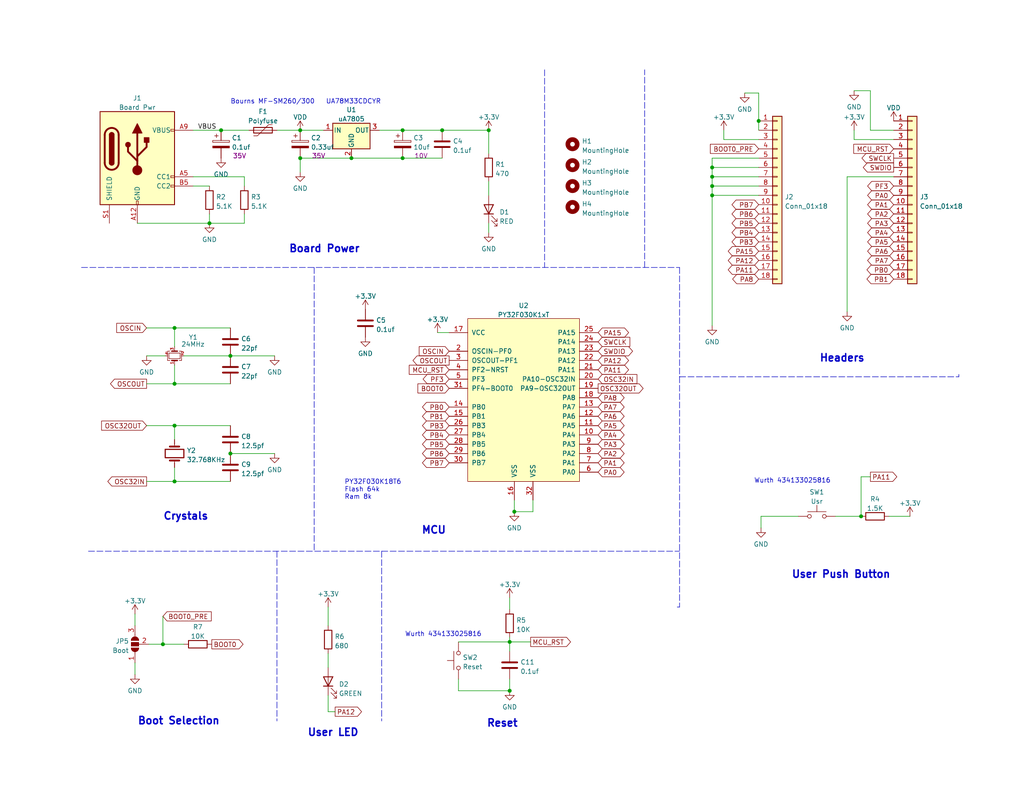
<source format=kicad_sch>
(kicad_sch (version 20211123) (generator eeschema)
  (paper "A")
  (title_block (title "py32_dev") (rev "A") (company "bit-builder.com"))
  (lib_symbols
    (symbol "Connector:USB_C_Receptacle_PowerOnly_6P" (pin_names (offset 1.016))
      (property "Reference" "J" (at 0 16.51 0))
      (property "Value" "USB_C_Receptacle_PowerOnly_6P" (at 0 13.97 0))
      (symbol "USB_C_Receptacle_PowerOnly_6P_0_0"
        (rectangle (start -0.254 -12.7) (end 0.254 -11.684))
        (rectangle (start 10.16 -7.366) (end 9.144 -7.874))
        (rectangle (start 10.16 -4.826) (end 9.144 -5.334))
        (rectangle (start 10.16 7.874) (end 9.144 7.366))
      )
      (symbol "USB_C_Receptacle_PowerOnly_6P_0_1"
        (rectangle (start -10.16 12.7) (end 10.16 -12.7) (stroke (width 0.254)) (fill (type background)))
        (arc (start -8.89 -1.27) (mid -6.985 -3.175) (end -5.08 -1.27) (stroke (width 0.508)))
        (arc (start -7.62 -1.27) (mid -6.985 -1.905) (end -6.35 -1.27) (stroke (width 0.254)))
        (arc (start -7.62 -1.27) (mid -6.985 -1.905) (end -6.35 -1.27) (stroke (width 0.254)) (fill (type outline)))
        (rectangle (start -7.62 -1.27) (end -6.35 6.35) (stroke (width 0.254)) (fill (type outline)))
        (arc (start -6.35 6.35) (mid -6.985 6.985) (end -7.62 6.35) (stroke (width 0.254)))
        (arc (start -6.35 6.35) (mid -6.985 6.985) (end -7.62 6.35) (stroke (width 0.254)) (fill (type outline)))
        (arc (start -5.08 6.35) (mid -6.985 8.255) (end -8.89 6.35) (stroke (width 0.508)))
        (circle (center -2.54 3.683) (radius 0.635) (stroke (width 0.254)) (fill (type outline)))
        (circle (center 0 -3.302) (radius 1.27) (fill (type outline)))
        (polyline (pts (xy -8.89 -1.27) (xy -8.89 6.35)) (stroke (width 0.508)))
        (polyline (pts (xy -5.08 6.35) (xy -5.08 -1.27)) (stroke (width 0.508)))
        (polyline (pts (xy 0 -3.302) (xy 0 6.858)) (stroke (width 0.508)))
        (polyline (pts (xy 0 -0.762) (xy -2.54 1.778) (xy -2.54 3.048)) (stroke (width 0.508)))
        (polyline (pts (xy 0 0.508) (xy 2.54 3.048) (xy 2.54 4.318)) (stroke (width 0.508)))
        (polyline (pts (xy -1.27 6.858) (xy 0 9.398) (xy 1.27 6.858) (xy -1.27 6.858)) (stroke (width 0.254)) (fill (type outline)))
        (rectangle (start 1.905 4.318) (end 3.175 5.588) (stroke (width 0.254)) (fill (type outline)))
      )
      (symbol "USB_C_Receptacle_PowerOnly_6P_1_1"
        (pin passive line (at 0 -17.78 90) (length 5.08) (name "GND") (number "A12"))
        (pin bidirectional line (at 15.24 -5.08 180) (length 5.08) (name "CC1") (number "A5"))
        (pin passive line (at 15.24 7.62 180) (length 5.08) (name "VBUS") (number "A9"))
        (pin passive line (at 0 -17.78 90) (length 5.08) hide (name "GND") (number "B12"))
        (pin bidirectional line (at 15.24 -7.62 180) (length 5.08) (name "CC2") (number "B5"))
        (pin passive line (at 15.24 7.62 180) (length 5.08) hide (name "VBUS") (number "B9"))
        (pin passive line (at -7.62 -17.78 90) (length 5.08) (name "SHIELD") (number "S1"))
      )
    )
    (symbol "Connector_Generic:Conn_01x18" (pin_names (offset 1.016) hide)
      (property "Reference" "J" (at 0 22.86 0))
      (property "Value" "Conn_01x18" (at 0 -25.4 0))
      (symbol "Conn_01x18_1_1"
        (rectangle (start -1.27 -22.733) (end 0 -22.987) (stroke (width 0.1524)))
        (rectangle (start -1.27 -20.193) (end 0 -20.447) (stroke (width 0.1524)))
        (rectangle (start -1.27 -17.653) (end 0 -17.907) (stroke (width 0.1524)))
        (rectangle (start -1.27 -15.113) (end 0 -15.367) (stroke (width 0.1524)))
        (rectangle (start -1.27 -12.573) (end 0 -12.827) (stroke (width 0.1524)))
        (rectangle (start -1.27 -10.033) (end 0 -10.287) (stroke (width 0.1524)))
        (rectangle (start -1.27 -7.493) (end 0 -7.747) (stroke (width 0.1524)))
        (rectangle (start -1.27 -4.953) (end 0 -5.207) (stroke (width 0.1524)))
        (rectangle (start -1.27 -2.413) (end 0 -2.667) (stroke (width 0.1524)))
        (rectangle (start -1.27 0.127) (end 0 -0.127) (stroke (width 0.1524)))
        (rectangle (start -1.27 2.667) (end 0 2.413) (stroke (width 0.1524)))
        (rectangle (start -1.27 5.207) (end 0 4.953) (stroke (width 0.1524)))
        (rectangle (start -1.27 7.747) (end 0 7.493) (stroke (width 0.1524)))
        (rectangle (start -1.27 10.287) (end 0 10.033) (stroke (width 0.1524)))
        (rectangle (start -1.27 12.827) (end 0 12.573) (stroke (width 0.1524)))
        (rectangle (start -1.27 15.367) (end 0 15.113) (stroke (width 0.1524)))
        (rectangle (start -1.27 17.907) (end 0 17.653) (stroke (width 0.1524)))
        (rectangle (start -1.27 20.447) (end 0 20.193) (stroke (width 0.1524)))
        (rectangle (start -1.27 21.59) (end 1.27 -24.13) (stroke (width 0.254)) (fill (type background)))
        (pin passive line (at -5.08 20.32 0) (length 3.81) (name "Pin_1") (number "1"))
        (pin passive line (at -5.08 -2.54 0) (length 3.81) (name "Pin_10") (number "10"))
        (pin passive line (at -5.08 -5.08 0) (length 3.81) (name "Pin_11") (number "11"))
        (pin passive line (at -5.08 -7.62 0) (length 3.81) (name "Pin_12") (number "12"))
        (pin passive line (at -5.08 -10.16 0) (length 3.81) (name "Pin_13") (number "13"))
        (pin passive line (at -5.08 -12.7 0) (length 3.81) (name "Pin_14") (number "14"))
        (pin passive line (at -5.08 -15.24 0) (length 3.81) (name "Pin_15") (number "15"))
        (pin passive line (at -5.08 -17.78 0) (length 3.81) (name "Pin_16") (number "16"))
        (pin passive line (at -5.08 -20.32 0) (length 3.81) (name "Pin_17") (number "17"))
        (pin passive line (at -5.08 -22.86 0) (length 3.81) (name "Pin_18") (number "18"))
        (pin passive line (at -5.08 17.78 0) (length 3.81) (name "Pin_2") (number "2"))
        (pin passive line (at -5.08 15.24 0) (length 3.81) (name "Pin_3") (number "3"))
        (pin passive line (at -5.08 12.7 0) (length 3.81) (name "Pin_4") (number "4"))
        (pin passive line (at -5.08 10.16 0) (length 3.81) (name "Pin_5") (number "5"))
        (pin passive line (at -5.08 7.62 0) (length 3.81) (name "Pin_6") (number "6"))
        (pin passive line (at -5.08 5.08 0) (length 3.81) (name "Pin_7") (number "7"))
        (pin passive line (at -5.08 2.54 0) (length 3.81) (name "Pin_8") (number "8"))
        (pin passive line (at -5.08 0 0) (length 3.81) (name "Pin_9") (number "9"))
      )
    )
    (symbol "Device:C" (pin_numbers hide) (pin_names (offset 0.254))
      (property "Reference" "C" (at 0.635 2.54 0))
      (property "Value" "C" (at 0.635 -2.54 0))
      (symbol "C_0_1"
        (polyline (pts (xy -2.032 -0.762) (xy 2.032 -0.762)) (stroke (width 0.508)))
        (polyline (pts (xy -2.032 0.762) (xy 2.032 0.762)) (stroke (width 0.508)))
      )
      (symbol "C_1_1"
        (pin passive line (at 0 3.81 270) (length 2.794) (name "~") (number "1"))
        (pin passive line (at 0 -3.81 90) (length 2.794) (name "~") (number "2"))
      )
    )
    (symbol "Device:C_Polarized" (pin_numbers hide) (pin_names (offset 0.254))
      (property "Reference" "C" (at 0.635 2.54 0))
      (property "Value" "C_Polarized" (at 0.635 -2.54 0))
      (symbol "C_Polarized_0_1"
        (rectangle (start -2.286 0.508) (end 2.286 1.016))
        (polyline (pts (xy -1.778 2.286) (xy -0.762 2.286)))
        (polyline (pts (xy -1.27 2.794) (xy -1.27 1.778)))
        (rectangle (start 2.286 -0.508) (end -2.286 -1.016) (fill (type outline)))
      )
      (symbol "C_Polarized_1_1"
        (pin passive line (at 0 3.81 270) (length 2.794) (name "~") (number "1"))
        (pin passive line (at 0 -3.81 90) (length 2.794) (name "~") (number "2"))
      )
    )
    (symbol "Device:Crystal" (pin_numbers hide) (pin_names (offset 1.016) hide)
      (property "Reference" "Y" (at 0 3.81 0))
      (property "Value" "Crystal" (at 0 -3.81 0))
      (symbol "Crystal_0_1"
        (rectangle (start -1.143 2.54) (end 1.143 -2.54) (stroke (width 0.3048)))
        (polyline (pts (xy -2.54 0) (xy -1.905 0)))
        (polyline (pts (xy -1.905 -1.27) (xy -1.905 1.27)) (stroke (width 0.508)))
        (polyline (pts (xy 1.905 -1.27) (xy 1.905 1.27)) (stroke (width 0.508)))
        (polyline (pts (xy 2.54 0) (xy 1.905 0)))
      )
      (symbol "Crystal_1_1"
        (pin passive line (at -3.81 0 0) (length 1.27) (name "1") (number "1"))
        (pin passive line (at 3.81 0 180) (length 1.27) (name "2") (number "2"))
      )
    )
    (symbol "Device:Crystal_GND24_Small" (pin_names (offset 1.016) hide)
      (property "Reference" "Y" (at 1.27 4.445 0))
      (property "Value" "Crystal_GND24_Small" (at 1.27 2.54 0))
      (symbol "Crystal_GND24_Small_0_1"
        (rectangle (start -0.762 -1.524) (end 0.762 1.524))
        (polyline (pts (xy -1.27 -0.762) (xy -1.27 0.762)) (stroke (width 0.381)))
        (polyline (pts (xy 1.27 -0.762) (xy 1.27 0.762)) (stroke (width 0.381)))
        (polyline (pts (xy -1.27 -1.27) (xy -1.27 -1.905) (xy 1.27 -1.905) (xy 1.27 -1.27)))
        (polyline (pts (xy -1.27 1.27) (xy -1.27 1.905) (xy 1.27 1.905) (xy 1.27 1.27)))
      )
      (symbol "Crystal_GND24_Small_1_1"
        (pin passive line (at -2.54 0 0) (length 1.27) (name "1") (number "1"))
        (pin passive line (at 0 -2.54 90) (length 0.635) (name "2") (number "2"))
        (pin passive line (at 2.54 0 180) (length 1.27) (name "3") (number "3"))
        (pin passive line (at 0 2.54 270) (length 0.635) (name "4") (number "4"))
      )
    )
    (symbol "Device:LED" (pin_numbers hide) (pin_names (offset 1.016) hide)
      (property "Reference" "D" (at 0 2.54 0))
      (property "Value" "LED" (at 0 -2.54 0))
      (symbol "LED_0_1"
        (polyline (pts (xy -1.27 -1.27) (xy -1.27 1.27)) (stroke (width 0.254)))
        (polyline (pts (xy -1.27 0) (xy 1.27 0)))
        (polyline (pts (xy 1.27 -1.27) (xy 1.27 1.27) (xy -1.27 0) (xy 1.27 -1.27)) (stroke (width 0.254)))
        (polyline (pts (xy -3.048 -0.762) (xy -4.572 -2.286) (xy -3.81 -2.286) (xy -4.572 -2.286) (xy -4.572 -1.524)))
        (polyline (pts (xy -1.778 -0.762) (xy -3.302 -2.286) (xy -2.54 -2.286) (xy -3.302 -2.286) (xy -3.302 -1.524)))
      )
      (symbol "LED_1_1"
        (pin passive line (at -3.81 0 0) (length 2.54) (name "K") (number "1"))
        (pin passive line (at 3.81 0 180) (length 2.54) (name "A") (number "2"))
      )
    )
    (symbol "Device:Polyfuse" (pin_numbers hide) (pin_names (offset 0))
      (property "Reference" "F" (at -2.54 0 90))
      (property "Value" "Polyfuse" (at 2.54 0 90))
      (symbol "Polyfuse_0_1"
        (rectangle (start -0.762 2.54) (end 0.762 -2.54) (stroke (width 0.254)))
        (polyline (pts (xy 0 2.54) (xy 0 -2.54)))
        (polyline (pts (xy -1.524 2.54) (xy -1.524 1.524) (xy 1.524 -1.524) (xy 1.524 -2.54)))
      )
      (symbol "Polyfuse_1_1"
        (pin passive line (at 0 3.81 270) (length 1.27) (name "~") (number "1"))
        (pin passive line (at 0 -3.81 90) (length 1.27) (name "~") (number "2"))
      )
    )
    (symbol "Device:R" (pin_numbers hide) (pin_names (offset 0))
      (property "Reference" "R" (at 2.032 0 90))
      (property "Value" "R" (at 0 0 90))
      (symbol "R_0_1"
        (rectangle (start -1.016 -2.54) (end 1.016 2.54) (stroke (width 0.254)))
      )
      (symbol "R_1_1"
        (pin passive line (at 0 3.81 270) (length 1.27) (name "~") (number "1"))
        (pin passive line (at 0 -3.81 90) (length 1.27) (name "~") (number "2"))
      )
    )
    (symbol "Jumper:SolderJumper_3_Open" (pin_names (offset 0) hide)
      (property "Reference" "JP" (at -2.54 -2.54 0))
      (property "Value" "SolderJumper_3_Open" (at 0 2.794 0))
      (symbol "SolderJumper_3_Open_0_1"
        (arc (start -1.016 1.016) (mid -2.032 0) (end -1.016 -1.016))
        (arc (start -1.016 1.016) (mid -2.032 0) (end -1.016 -1.016) (fill (type outline)))
        (rectangle (start -0.508 1.016) (end 0.508 -1.016) (fill (type outline)))
        (polyline (pts (xy -2.54 0) (xy -2.032 0)))
        (polyline (pts (xy -1.016 1.016) (xy -1.016 -1.016)))
        (polyline (pts (xy 0 -1.27) (xy 0 -1.016)))
        (polyline (pts (xy 1.016 1.016) (xy 1.016 -1.016)))
        (polyline (pts (xy 2.54 0) (xy 2.032 0)))
        (arc (start 1.016 -1.016) (mid 2.032 0) (end 1.016 1.016))
        (arc (start 1.016 -1.016) (mid 2.032 0) (end 1.016 1.016) (fill (type outline)))
      )
      (symbol "SolderJumper_3_Open_1_1"
        (pin passive line (at -5.08 0 0) (length 2.54) (name "A") (number "1"))
        (pin passive line (at 0 -3.81 90) (length 2.54) (name "C") (number "2"))
        (pin passive line (at 5.08 0 180) (length 2.54) (name "B") (number "3"))
      )
    )
    (symbol "MCU_Puya:PY32F030K1xT" (pin_names (offset 1.016))
      (property "Reference" "U" (at 0 2.54 0))
      (property "Value" "PY32F030K1xT" (at 0 0 0))
      (symbol "PY32F030K1xT_0_1"
        (rectangle (start -15.24 -1.27) (end 15.24 -45.72) (fill (type background)))
      )
      (symbol "PY32F030K1xT_1_1"
        (pin bidirectional line (at 20.32 -33.02 180) (length 5.08) (name "PA4") (number "10"))
        (pin bidirectional line (at 20.32 -30.48 180) (length 5.08) (name "PA5") (number "11"))
        (pin bidirectional line (at 20.32 -27.94 180) (length 5.08) (name "PA6") (number "12"))
        (pin bidirectional line (at 20.32 -25.4 180) (length 5.08) (name "PA7") (number "13"))
        (pin bidirectional line (at -20.32 -25.4 0) (length 5.08) (name "PB0") (number "14"))
        (pin bidirectional line (at -20.32 -27.94 0) (length 5.08) (name "PB1") (number "15"))
        (pin passive line (at -2.54 -50.8 90) (length 5.08) (name "VSS") (number "16"))
        (pin power_in line (at -20.32 -5.08 0) (length 5.08) (name "VCC") (number "17"))
        (pin bidirectional line (at 20.32 -22.86 180) (length 5.08) (name "PA8") (number "18"))
        (pin bidirectional line (at 20.32 -20.32 180) (length 5.08) (name "PA9-OSC32OUT") (number "19"))
        (pin input line (at -20.32 -10.16 0) (length 5.08) (name "OSCIN-PF0") (number "2"))
        (pin bidirectional line (at 20.32 -17.78 180) (length 5.08) (name "PA10-OSC32IN") (number "20"))
        (pin bidirectional line (at 20.32 -15.24 180) (length 5.08) (name "PA11") (number "21"))
        (pin bidirectional line (at 20.32 -12.7 180) (length 5.08) (name "PA12") (number "22"))
        (pin bidirectional line (at 20.32 -10.16 180) (length 5.08) (name "PA13") (number "23"))
        (pin bidirectional line (at 20.32 -7.62 180) (length 5.08) (name "PA14") (number "24"))
        (pin bidirectional line (at 20.32 -5.08 180) (length 5.08) (name "PA15") (number "25"))
        (pin bidirectional line (at -20.32 -30.48 0) (length 5.08) (name "PB3") (number "26"))
        (pin bidirectional line (at -20.32 -33.02 0) (length 5.08) (name "PB4") (number "27"))
        (pin bidirectional line (at -20.32 -35.56 0) (length 5.08) (name "PB5") (number "28"))
        (pin bidirectional line (at -20.32 -38.1 0) (length 5.08) (name "PB6") (number "29"))
        (pin output line (at -20.32 -12.7 0) (length 5.08) (name "OSCOUT-PF1") (number "3"))
        (pin bidirectional line (at -20.32 -40.64 0) (length 5.08) (name "PB7") (number "30"))
        (pin input line (at -20.32 -20.32 0) (length 5.08) (name "PF4-BOOT0") (number "31"))
        (pin passive line (at 2.54 -50.8 90) (length 5.08) (name "VSS") (number "32"))
        (pin input line (at -20.32 -15.24 0) (length 5.08) (name "PF2-NRST") (number "4"))
        (pin bidirectional line (at -20.32 -17.78 0) (length 5.08) (name "PF3") (number "5"))
        (pin bidirectional line (at 20.32 -43.18 180) (length 5.08) (name "PA0") (number "6"))
        (pin bidirectional line (at 20.32 -40.64 180) (length 5.08) (name "PA1") (number "7"))
        (pin bidirectional line (at 20.32 -38.1 180) (length 5.08) (name "PA2") (number "8"))
        (pin bidirectional line (at 20.32 -35.56 180) (length 5.08) (name "PA3") (number "9"))
      )
    )
    (symbol "Mechanical:MountingHole" (pin_names (offset 1.016))
      (property "Reference" "H" (at 0 5.08 0))
      (property "Value" "MountingHole" (at 0 3.175 0))
      (symbol "MountingHole_0_1"
        (circle (center 0 0) (radius 1.27) (stroke (width 1.27)))
      )
    )
    (symbol "Regulator_Linear:uA7805" (pin_names (offset 0.254))
      (property "Reference" "U" (at -3.81 3.175 0))
      (property "Value" "uA7805" (at 0 3.175 0))
      (symbol "uA7805_0_1"
        (rectangle (start -5.08 1.905) (end 5.08 -5.08) (stroke (width 0.254)) (fill (type background)))
      )
      (symbol "uA7805_1_1"
        (pin power_in line (at -7.62 0 0) (length 2.54) (name "IN") (number "1"))
        (pin power_in line (at 0 -7.62 90) (length 2.54) (name "GND") (number "2"))
        (pin power_out line (at 7.62 0 180) (length 2.54) (name "OUT") (number "3"))
      )
    )
    (symbol "Switch:SW_Push" (pin_numbers hide) (pin_names (offset 1.016) hide)
      (property "Reference" "SW" (at 1.27 2.54 0))
      (property "Value" "SW_Push" (at 0 -1.524 0))
      (symbol "SW_Push_0_1"
        (circle (center -2.032 0) (radius 0.508))
        (polyline (pts (xy 0 1.27) (xy 0 3.048)))
        (polyline (pts (xy 2.54 1.27) (xy -2.54 1.27)))
        (circle (center 2.032 0) (radius 0.508))
        (pin passive line (at -5.08 0 0) (length 2.54) (name "1") (number "1"))
        (pin passive line (at 5.08 0 180) (length 2.54) (name "2") (number "2"))
      )
    )
    (symbol "power:+3.3V" (power) (pin_names (offset 0))
      (property "Value" "+3.3V" (at 0 3.556 0))
      (symbol "+3.3V_0_1"
        (polyline (pts (xy -0.762 1.27) (xy 0 2.54)))
        (polyline (pts (xy 0 0) (xy 0 2.54)))
        (polyline (pts (xy 0 2.54) (xy 0.762 1.27)))
      )
      (symbol "+3.3V_1_1"
        (pin power_in line (at 0 0 90) (length 0) hide (name "+3.3V") (number "1"))
      )
    )
    (symbol "power:GND" (power) (pin_names (offset 0))
      (property "Value" "GND" (at 0 -3.81 0))
      (symbol "GND_0_1"
        (polyline (pts (xy 0 0) (xy 0 -1.27) (xy 1.27 -1.27) (xy 0 -2.54) (xy -1.27 -1.27) (xy 0 -1.27)))
      )
      (symbol "GND_1_1"
        (pin power_in line (at 0 0 270) (length 0) hide (name "GND") (number "1"))
      )
    )
    (symbol "power:VDD" (power) (pin_names (offset 0))
      (property "Value" "VDD" (at 0 3.81 0))
      (symbol "VDD_0_1"
        (polyline (pts (xy -0.762 1.27) (xy 0 2.54)))
        (polyline (pts (xy 0 0) (xy 0 2.54)))
        (polyline (pts (xy 0 2.54) (xy 0.762 1.27)))
      )
      (symbol "VDD_1_1"
        (pin power_in line (at 0 0 90) (length 0) hide (name "VDD") (number "1"))
      )
    )
  )
  (junction (at 109.855 43.18))
  (junction (at 95.885 43.18))
  (junction (at 62.865 97.155))
  (junction (at 194.31 50.8))
  (junction (at 140.335 139.7))
  (junction (at 133.35 35.56))
  (junction (at 194.31 45.72))
  (junction (at 234.95 140.97))
  (junction (at 47.625 104.775))
  (junction (at 194.31 48.26))
  (junction (at 57.15 60.96))
  (junction (at 207.01 33.02))
  (junction (at 62.865 123.825))
  (junction (at 139.065 188.595))
  (junction (at 120.65 35.56))
  (junction (at 47.625 116.205))
  (junction (at 47.625 131.445))
  (junction (at 109.855 35.56))
  (junction (at 44.45 175.895))
  (junction (at 81.915 35.56))
  (junction (at 47.625 89.535))
  (junction (at 139.065 175.26))
  (junction (at 60.325 35.56))
  (junction (at 194.31 53.34))
  (junction (at 81.915 43.18))
  (polyline (pts (xy 75.565 150.495) (xy 75.565 196.85)))
  (wire (pts (xy 95.885 43.18) (xy 109.855 43.18)))
  (wire (pts (xy 44.45 168.275) (xy 44.45 175.895)))
  (wire (pts (xy 47.625 120.015) (xy 47.625 116.205)))
  (wire (pts (xy 203.2 25.4) (xy 207.01 25.4)))
  (wire (pts (xy 47.625 89.535) (xy 47.625 94.615)))
  (wire (pts (xy 242.57 140.97) (xy 248.285 140.97)))
  (wire (pts (xy 207.01 48.26) (xy 194.31 48.26)))
  (wire (pts (xy 197.485 38.1) (xy 197.485 35.56)))
  (wire (pts (xy 243.84 35.56) (xy 237.49 35.56)))
  (wire (pts (xy 66.675 60.96) (xy 66.675 58.42)))
  (wire (pts (xy 133.35 60.96) (xy 133.35 63.5)))
  (wire (pts (xy 243.84 38.1) (xy 233.045 38.1)))
  (wire (pts (xy 52.705 35.56) (xy 60.325 35.56)))
  (wire (pts (xy 40.005 104.775) (xy 47.625 104.775)))
  (polyline (pts (xy 185.42 102.87) (xy 185.42 165.735)))
  (polyline (pts (xy 24.13 150.495) (xy 185.42 150.495)))
  (wire (pts (xy 139.065 185.42) (xy 139.065 188.595)))
  (wire (pts (xy 75.565 35.56) (xy 81.915 35.56)))
  (wire (pts (xy 125.095 188.595) (xy 139.065 188.595)))
  (wire (pts (xy 47.625 99.695) (xy 47.625 104.775)))
  (wire (pts (xy 207.01 43.18) (xy 194.31 43.18)))
  (wire (pts (xy 194.31 53.34) (xy 194.31 88.9)))
  (wire (pts (xy 36.83 180.975) (xy 36.83 184.15)))
  (wire (pts (xy 109.855 35.56) (xy 120.65 35.56)))
  (wire (pts (xy 145.415 136.525) (xy 145.415 139.7)))
  (wire (pts (xy 145.415 139.7) (xy 140.335 139.7)))
  (wire (pts (xy 40.005 131.445) (xy 47.625 131.445)))
  (wire (pts (xy 57.15 58.42) (xy 57.15 60.96)))
  (wire (pts (xy 120.65 35.56) (xy 133.35 35.56)))
  (wire (pts (xy 47.625 89.535) (xy 62.865 89.535)))
  (wire (pts (xy 62.865 97.155) (xy 74.93 97.155)))
  (wire (pts (xy 207.01 38.1) (xy 197.485 38.1)))
  (polyline (pts (xy 85.725 73.025) (xy 85.725 150.495)))
  (wire (pts (xy 36.83 167.64) (xy 36.83 170.815)))
  (wire (pts (xy 119.38 90.805) (xy 122.555 90.805)))
  (wire (pts (xy 237.49 35.56) (xy 237.49 24.765)))
  (wire (pts (xy 57.15 60.96) (xy 66.675 60.96)))
  (wire (pts (xy 125.095 175.26) (xy 139.065 175.26)))
  (wire (pts (xy 47.625 116.205) (xy 62.865 116.205)))
  (wire (pts (xy 103.505 35.56) (xy 109.855 35.56)))
  (wire (pts (xy 89.535 170.815) (xy 89.535 165.735)))
  (polyline (pts (xy 185.42 73.025) (xy 185.42 102.87)))
  (wire (pts (xy 194.31 43.18) (xy 194.31 45.72)))
  (wire (pts (xy 40.64 175.895) (xy 44.45 175.895)))
  (wire (pts (xy 125.095 185.42) (xy 125.095 188.595)))
  (wire (pts (xy 227.965 140.97) (xy 234.95 140.97)))
  (wire (pts (xy 40.005 89.535) (xy 47.625 89.535)))
  (polyline (pts (xy 175.895 73.025) (xy 175.895 19.05)))
  (wire (pts (xy 40.005 97.155) (xy 45.085 97.155)))
  (wire (pts (xy 47.625 131.445) (xy 62.865 131.445)))
  (wire (pts (xy 139.065 175.26) (xy 144.78 175.26)))
  (wire (pts (xy 44.45 175.895) (xy 50.165 175.895)))
  (wire (pts (xy 140.335 136.525) (xy 140.335 139.7)))
  (wire (pts (xy 37.465 60.96) (xy 57.15 60.96)))
  (wire (pts (xy 81.915 43.18) (xy 95.885 43.18)))
  (polyline (pts (xy 261.62 102.235) (xy 261.62 102.87)))
  (wire (pts (xy 194.31 48.26) (xy 194.31 50.8)))
  (wire (pts (xy 207.01 25.4) (xy 207.01 33.02)))
  (wire (pts (xy 89.535 189.865) (xy 89.535 194.31)))
  (wire (pts (xy 237.49 24.765) (xy 233.045 24.765)))
  (wire (pts (xy 139.065 175.26) (xy 139.065 177.8)))
  (wire (pts (xy 47.625 127.635) (xy 47.625 131.445)))
  (wire (pts (xy 47.625 104.775) (xy 62.865 104.775)))
  (polyline (pts (xy 22.225 73.025) (xy 185.42 73.025)))
  (wire (pts (xy 89.535 194.31) (xy 91.44 194.31)))
  (wire (pts (xy 50.165 97.155) (xy 62.865 97.155)))
  (wire (pts (xy 243.84 48.26) (xy 231.14 48.26)))
  (wire (pts (xy 231.14 48.26) (xy 231.14 85.09)))
  (polyline (pts (xy 148.59 19.05) (xy 148.59 73.025)))
  (wire (pts (xy 60.325 35.56) (xy 67.945 35.56)))
  (wire (pts (xy 62.865 123.825) (xy 74.93 123.825)))
  (wire (pts (xy 207.01 33.02) (xy 207.01 35.56)))
  (wire (pts (xy 81.915 35.56) (xy 88.265 35.56)))
  (wire (pts (xy 66.675 48.26) (xy 66.675 50.8)))
  (wire (pts (xy 133.35 49.53) (xy 133.35 53.34)))
  (wire (pts (xy 234.95 140.97) (xy 234.95 130.175)))
  (wire (pts (xy 109.855 43.18) (xy 120.65 43.18)))
  (wire (pts (xy 234.95 130.175) (xy 237.49 130.175)))
  (wire (pts (xy 89.535 178.435) (xy 89.535 182.245)))
  (wire (pts (xy 194.31 45.72) (xy 194.31 48.26)))
  (wire (pts (xy 133.35 35.56) (xy 133.35 41.91)))
  (polyline (pts (xy 184.785 165.735) (xy 185.42 165.735)))
  (wire (pts (xy 207.01 45.72) (xy 194.31 45.72)))
  (wire (pts (xy 52.705 50.8) (xy 57.15 50.8)))
  (wire (pts (xy 207.645 140.97) (xy 217.805 140.97)))
  (polyline (pts (xy 104.14 150.495) (xy 104.14 196.85)))
  (wire (pts (xy 139.065 175.26) (xy 139.065 173.99)))
  (wire (pts (xy 52.705 48.26) (xy 66.675 48.26)))
  (wire (pts (xy 194.31 53.34) (xy 207.01 53.34)))
  (wire (pts (xy 207.645 144.145) (xy 207.645 140.97)))
  (polyline (pts (xy 185.42 102.87) (xy 261.62 102.87)))
  (wire (pts (xy 194.31 50.8) (xy 194.31 53.34)))
  (wire (pts (xy 194.31 50.8) (xy 207.01 50.8)))
  (wire (pts (xy 40.005 116.205) (xy 47.625 116.205)))
  (wire (pts (xy 139.065 163.195) (xy 139.065 166.37)))
  (wire (pts (xy 233.045 38.1) (xy 233.045 35.56)))
  (wire (pts (xy 81.915 46.99) (xy 81.915 43.18)))
  (text "Bourns MF-SM260/300" (at 62.865 28.575 0) (effects (font (size 1.27 1.27)) (justify left bottom)))
  (text "Wurth 434133025816" (at 205.74 132.08 0) (effects (font (size 1.27 1.27)) (justify left bottom)))
  (text "Headers" (at 223.52 99.06 0) (effects (font (size 2 2) (thickness 0.4) bold) (justify left bottom)))
  (text "Boot Selection" (at 37.465 198.12 0) (effects (font (size 2 2) (thickness 0.4) bold) (justify left bottom)))
  (text "Crystals" (at 44.45 142.24 0) (effects (font (size 2 2) (thickness 0.4) bold) (justify left bottom)))
  (text "User Push Button" (at 215.9 158.115 0) (effects (font (size 2 2) (thickness 0.4) bold) (justify left bottom)))
  (text "Reset" (at 132.715 198.755 0) (effects (font (size 2 2) (thickness 0.4) bold) (justify left bottom)))
  (text "UA78M33CDCYR" (at 88.9 28.575 0) (effects (font (size 1.27 1.27)) (justify left bottom)))
  (text "MCU" (at 114.935 146.05 0) (effects (font (size 2 2) (thickness 0.4) bold) (justify left bottom)))
  (text "Wurth 434133025816" (at 110.49 173.99 0) (effects (font (size 1.27 1.27)) (justify left bottom)))
  (text "PY32F030K18T6\nFlash 64k\nRam 8k" (at 93.98 136.525 0) (effects (font (size 1.27 1.27)) (justify left bottom)))
  (text "Board Power" (at 78.74 69.215 0) (effects (font (size 2 2) (thickness 0.4) bold) (justify left bottom)))
  (text "User LED" (at 83.82 201.295 0) (effects (font (size 2 2) (thickness 0.4) bold) (justify left bottom)))
  (label "VBUS" (at 53.975 35.56 0))
  (global_label "PA15" (shape bidirectional) (at 207.01 68.58 180) (property "Intersheet References" "${INTERSHEET_REFS}" (effects hide)))
  (global_label "PA6" (shape bidirectional) (at 163.195 113.665 0) (property "Intersheet References" "${INTERSHEET_REFS}" (effects hide)))
  (global_label "PB7" (shape bidirectional) (at 122.555 126.365 180) (property "Intersheet References" "${INTERSHEET_REFS}" (effects hide)))
  (global_label "PA1" (shape bidirectional) (at 243.84 55.88 180) (property "Intersheet References" "${INTERSHEET_REFS}" (effects hide)))
  (global_label "OSC32OUT" (shape output) (at 163.195 106.045 0) (property "Intersheet References" "${INTERSHEET_REFS}" (effects hide)))
  (global_label "PA5" (shape bidirectional) (at 163.195 116.205 0) (property "Intersheet References" "${INTERSHEET_REFS}" (effects hide)))
  (global_label "PA3" (shape bidirectional) (at 163.195 121.285 0) (property "Intersheet References" "${INTERSHEET_REFS}" (effects hide)))
  (global_label "PA4" (shape bidirectional) (at 163.195 118.745 0) (property "Intersheet References" "${INTERSHEET_REFS}" (effects hide)))
  (global_label "MCU_RST" (shape input) (at 122.555 100.965 180) (property "Intersheet References" "${INTERSHEET_REFS}" (effects hide)))
  (global_label "OSC32IN" (shape output) (at 40.005 131.445 180) (property "Intersheet References" "${INTERSHEET_REFS}" (effects hide)))
  (global_label "PA12" (shape output) (at 91.44 194.31 0) (property "Intersheet References" "${INTERSHEET_REFS}" (effects hide)))
  (global_label "PA3" (shape bidirectional) (at 243.84 60.96 180) (property "Intersheet References" "${INTERSHEET_REFS}" (effects hide)))
  (global_label "OSC32OUT" (shape input) (at 40.005 116.205 180) (property "Intersheet References" "${INTERSHEET_REFS}" (effects hide)))
  (global_label "PA2" (shape bidirectional) (at 243.84 58.42 180) (property "Intersheet References" "${INTERSHEET_REFS}" (effects hide)))
  (global_label "PA2" (shape bidirectional) (at 163.195 123.825 0) (property "Intersheet References" "${INTERSHEET_REFS}" (effects hide)))
  (global_label "OSCOUT" (shape output) (at 122.555 98.425 180) (property "Intersheet References" "${INTERSHEET_REFS}" (effects hide)))
  (global_label "PA0" (shape bidirectional) (at 243.84 53.34 180) (property "Intersheet References" "${INTERSHEET_REFS}" (effects hide)))
  (global_label "PA4" (shape bidirectional) (at 243.84 63.5 180) (property "Intersheet References" "${INTERSHEET_REFS}" (effects hide)))
  (global_label "PB6" (shape bidirectional) (at 122.555 123.825 180) (property "Intersheet References" "${INTERSHEET_REFS}" (effects hide)))
  (global_label "OSC32IN" (shape input) (at 163.195 103.505 0) (property "Intersheet References" "${INTERSHEET_REFS}" (effects hide)))
  (global_label "PB4" (shape bidirectional) (at 122.555 118.745 180) (property "Intersheet References" "${INTERSHEET_REFS}" (effects hide)))
  (global_label "PA0" (shape bidirectional) (at 163.195 128.905 0) (property "Intersheet References" "${INTERSHEET_REFS}" (effects hide)))
  (global_label "BOOT0" (shape input) (at 122.555 106.045 180) (property "Intersheet References" "${INTERSHEET_REFS}" (effects hide)))
  (global_label "BOOT0_PRE" (shape input) (at 207.01 40.64 180) (property "Intersheet References" "${INTERSHEET_REFS}" (effects hide)))
  (global_label "PB1" (shape bidirectional) (at 243.84 76.2 180) (property "Intersheet References" "${INTERSHEET_REFS}" (effects hide)))
  (global_label "PB0" (shape bidirectional) (at 122.555 111.125 180) (property "Intersheet References" "${INTERSHEET_REFS}" (effects hide)))
  (global_label "PF3" (shape bidirectional) (at 122.555 103.505 180) (property "Intersheet References" "${INTERSHEET_REFS}" (effects hide)))
  (global_label "PB3" (shape bidirectional) (at 122.555 116.205 180) (property "Intersheet References" "${INTERSHEET_REFS}" (effects hide)))
  (global_label "OSCOUT" (shape output) (at 40.005 104.775 180) (property "Intersheet References" "${INTERSHEET_REFS}" (effects hide)))
  (global_label "PA12" (shape bidirectional) (at 163.195 98.425 0) (property "Intersheet References" "${INTERSHEET_REFS}" (effects hide)))
  (global_label "PB4" (shape bidirectional) (at 207.01 63.5 180) (property "Intersheet References" "${INTERSHEET_REFS}" (effects hide)))
  (global_label "PA8" (shape bidirectional) (at 207.01 76.2 180) (property "Intersheet References" "${INTERSHEET_REFS}" (effects hide)))
  (global_label "PB3" (shape bidirectional) (at 207.01 66.04 180) (property "Intersheet References" "${INTERSHEET_REFS}" (effects hide)))
  (global_label "PA11" (shape bidirectional) (at 163.195 100.965 0) (property "Intersheet References" "${INTERSHEET_REFS}" (effects hide)))
  (global_label "SWCLK" (shape output) (at 243.84 43.18 180) (property "Intersheet References" "${INTERSHEET_REFS}" (effects hide)))
  (global_label "PA11" (shape output) (at 237.49 130.175 0) (property "Intersheet References" "${INTERSHEET_REFS}" (effects hide)))
  (global_label "PB7" (shape bidirectional) (at 207.01 55.88 180) (property "Intersheet References" "${INTERSHEET_REFS}" (effects hide)))
  (global_label "PA8" (shape bidirectional) (at 163.195 108.585 0) (property "Intersheet References" "${INTERSHEET_REFS}" (effects hide)))
  (global_label "SWCLK" (shape input) (at 163.195 93.345 0) (property "Intersheet References" "${INTERSHEET_REFS}" (effects hide)))
  (global_label "SWDIO" (shape bidirectional) (at 163.195 95.885 0) (property "Intersheet References" "${INTERSHEET_REFS}" (effects hide)))
  (global_label "PA6" (shape bidirectional) (at 243.84 68.58 180) (property "Intersheet References" "${INTERSHEET_REFS}" (effects hide)))
  (global_label "PB1" (shape bidirectional) (at 122.555 113.665 180) (property "Intersheet References" "${INTERSHEET_REFS}" (effects hide)))
  (global_label "MCU_RST" (shape output) (at 144.78 175.26 0) (property "Intersheet References" "${INTERSHEET_REFS}" (effects hide)))
  (global_label "PA7" (shape bidirectional) (at 163.195 111.125 0) (property "Intersheet References" "${INTERSHEET_REFS}" (effects hide)))
  (global_label "PF3" (shape bidirectional) (at 243.84 50.8 180) (property "Intersheet References" "${INTERSHEET_REFS}" (effects hide)))
  (global_label "PB6" (shape bidirectional) (at 207.01 58.42 180) (property "Intersheet References" "${INTERSHEET_REFS}" (effects hide)))
  (global_label "PA7" (shape bidirectional) (at 243.84 71.12 180) (property "Intersheet References" "${INTERSHEET_REFS}" (effects hide)))
  (global_label "PA1" (shape bidirectional) (at 163.195 126.365 0) (property "Intersheet References" "${INTERSHEET_REFS}" (effects hide)))
  (global_label "PB5" (shape bidirectional) (at 207.01 60.96 180) (property "Intersheet References" "${INTERSHEET_REFS}" (effects hide)))
  (global_label "PB0" (shape bidirectional) (at 243.84 73.66 180) (property "Intersheet References" "${INTERSHEET_REFS}" (effects hide)))
  (global_label "BOOT0" (shape output) (at 57.785 175.895 0) (property "Intersheet References" "${INTERSHEET_REFS}" (effects hide)))
  (global_label "BOOT0_PRE" (shape input) (at 44.45 168.275 0) (property "Intersheet References" "${INTERSHEET_REFS}" (effects hide)))
  (global_label "SWDIO" (shape output) (at 243.84 45.72 180) (property "Intersheet References" "${INTERSHEET_REFS}" (effects hide)))
  (global_label "OSCIN" (shape input) (at 122.555 95.885 180) (property "Intersheet References" "${INTERSHEET_REFS}" (effects hide)))
  (global_label "PA12" (shape bidirectional) (at 207.01 71.12 180) (property "Intersheet References" "${INTERSHEET_REFS}" (effects hide)))
  (global_label "PA11" (shape bidirectional) (at 207.01 73.66 180) (property "Intersheet References" "${INTERSHEET_REFS}" (effects hide)))
  (global_label "PA5" (shape bidirectional) (at 243.84 66.04 180) (property "Intersheet References" "${INTERSHEET_REFS}" (effects hide)))
  (global_label "OSCIN" (shape input) (at 40.005 89.535 180) (property "Intersheet References" "${INTERSHEET_REFS}" (effects hide)))
  (global_label "MCU_RST" (shape input) (at 243.84 40.64 180) (property "Intersheet References" "${INTERSHEET_REFS}" (effects hide)))
  (global_label "PB5" (shape bidirectional) (at 122.555 121.285 180) (property "Intersheet References" "${INTERSHEET_REFS}" (effects hide)))
  (global_label "PA15" (shape bidirectional) (at 163.195 90.805 0) (property "Intersheet References" "${INTERSHEET_REFS}" (effects hide)))
  (symbol (lib_id "Device:R") (at 139.065 170.18 0) (unit 1)
    (property "Reference" "R5" (at 140.843 169.3453 0) (effects (justify left)))
    (property "Value" "10K" (at 140.843 171.8822 0) (effects (justify left)))
    (property "Footprint" "Resistor_SMD:R_0603_1608Metric" (effects hide))
  )
  (symbol (lib_id "power:+3.3V") (at 36.83 167.64 0) (unit 1)
    (property "Reference" "#PWR0107" (effects hide))
    (property "Value" "+3.3V" (at 36.83 164.0642 0))
  )
  (symbol (lib_id "Device:Crystal") (at 47.625 123.825 270) (unit 1)
    (property "Reference" "Y2" (at 50.9524 122.9903 90) (effects (justify left)))
    (property "Value" "32.768KHz" (at 50.9524 125.5272 90) (effects (justify left)))
    (property "Footprint" "Crystal:Crystal_DS15_D1.5mm_L5.0mm_Horizontal" (effects hide))
  )
  (symbol (lib_id "Device:R") (at 66.675 54.61 0) (unit 1)
    (property "Reference" "R3" (at 68.453 53.7753 0) (effects (justify left)))
    (property "Value" "5.1K" (at 68.453 56.3122 0) (effects (justify left)))
    (property "Footprint" "Resistor_SMD:R_0603_1608Metric" (effects hide))
  )
  (symbol (lib_id "Connector:USB_C_Receptacle_PowerOnly_6P") (at 37.465 43.18 0) (unit 1)
    (property "Reference" "J1" (at 37.465 26.7802 0))
    (property "Value" "Board Pwr" (at 37.465 29.3171 0))
    (property "Footprint" "Custom:SHOUHAN TYPE-C 6P" (effects hide))
    (property "Datasheet" "https://www.usb.org/sites/default/files/documents/usb_type-c.zip" (effects hide))
  )
  (symbol (lib_id "power:GND") (at 133.35 63.5 0) (unit 1)
    (property "Reference" "#PWR0109" (effects hide))
    (property "Value" "GND" (at 133.35 67.9434 0))
  )
  (symbol (lib_id "power:VDD") (at 81.915 35.56 0) (unit 1)
    (property "Reference" "#PWR0123" (effects hide))
    (property "Value" "VDD" (at 81.915 31.9842 0))
  )
  (symbol (lib_id "power:VDD") (at 243.84 33.02 0) (unit 1)
    (property "Reference" "#PWR0125" (effects hide))
    (property "Value" "VDD" (at 243.84 29.4442 0))
  )
  (symbol (lib_id "power:GND") (at 140.335 139.7 0) (unit 1)
    (property "Reference" "#PWR0110" (effects hide))
    (property "Value" "GND" (at 140.335 144.1434 0))
  )
  (symbol (lib_id "Device:C") (at 139.065 181.61 0) (unit 1)
    (property "Reference" "C11" (at 141.986 180.7753 0) (effects (justify left)))
    (property "Value" "0.1uf" (at 141.986 183.3122 0) (effects (justify left)))
    (property "Footprint" "Capacitor_SMD:C_0603_1608Metric" (effects hide))
  )
  (symbol (lib_id "power:GND") (at 231.14 85.09 0) (unit 1)
    (property "Reference" "#PWR0113" (effects hide))
    (property "Value" "GND" (at 231.14 89.5334 0))
  )
  (symbol (lib_id "Device:C") (at 120.65 39.37 0) (unit 1)
    (property "Reference" "C4" (at 123.571 38.5353 0) (effects (justify left)))
    (property "Value" "0.1uf" (at 123.571 41.0722 0) (effects (justify left)))
    (property "Footprint" "Capacitor_SMD:C_0603_1608Metric" (effects hide))
  )
  (symbol (lib_id "Device:C_Polarized") (at 60.325 39.37 0) (unit 1)
    (property "Reference" "C1" (at 63.246 37.6463 0) (effects (justify left)))
    (property "Value" "0.1uf" (at 63.246 40.1832 0) (effects (justify left)))
    (property "Footprint" "Capacitor_Tantalum_SMD:CP_EIA-3216-18_Kemet-A_Pad1.58x1.35mm_HandSolder" (effects hide))
    (property "Voltage" "35V" (at 63.5 42.545 0) (effects (justify left)))
  )
  (symbol (lib_id "power:+3.3V") (at 233.045 35.56 0) (unit 1)
    (property "Reference" "#PWR0127" (effects hide))
    (property "Value" "+3.3V" (at 233.045 31.9842 0))
  )
  (symbol (lib_id "power:GND") (at 194.31 88.9 0) (unit 1)
    (property "Reference" "#PWR0114" (effects hide))
    (property "Value" "GND" (at 194.31 93.3434 0))
  )
  (symbol (lib_id "Mechanical:MountingHole") (at 156.21 39.37 0) (unit 1)
    (property "Reference" "H1" (at 158.75 38.5353 0) (effects (justify left)))
    (property "Value" "MountingHole" (at 158.75 41.0722 0) (effects (justify left)))
    (property "Footprint" "MountingHole:MountingHole_2.5mm_Pad" (effects hide))
  )
  (symbol (lib_id "Mechanical:MountingHole") (at 156.21 56.515 0) (unit 1)
    (property "Reference" "H4" (at 158.75 55.6803 0) (effects (justify left)))
    (property "Value" "MountingHole" (at 158.75 58.2172 0) (effects (justify left)))
    (property "Footprint" "MountingHole:MountingHole_2.5mm_Pad" (effects hide))
  )
  (symbol (lib_id "power:+3.3V") (at 133.35 35.56 0) (unit 1)
    (property "Reference" "#PWR0111" (effects hide))
    (property "Value" "+3.3V" (at 133.35 31.9842 0))
  )
  (symbol (lib_id "power:+3.3V") (at 89.535 165.735 0) (unit 1)
    (property "Reference" "#PWR0104" (effects hide))
    (property "Value" "+3.3V" (at 89.535 162.1592 0))
  )
  (symbol (lib_id "power:GND") (at 60.325 43.18 0) (unit 1)
    (property "Reference" "#PWR0120" (effects hide))
    (property "Value" "GND" (at 60.325 47.6234 0))
  )
  (symbol (lib_id "Device:R") (at 133.35 45.72 0) (unit 1)
    (property "Reference" "R1" (at 135.128 44.8853 0) (effects (justify left)))
    (property "Value" "470" (at 135.128 47.4222 0) (effects (justify left)))
    (property "Footprint" "Resistor_SMD:R_0603_1608Metric" (effects hide))
  )
  (symbol (lib_id "power:GND") (at 203.2 25.4 0) (unit 1)
    (property "Reference" "#PWR0126" (effects hide))
    (property "Value" "GND" (at 203.2 29.8434 0))
  )
  (symbol (lib_id "Device:R") (at 89.535 174.625 0) (unit 1)
    (property "Reference" "R6" (at 91.313 173.7903 0) (effects (justify left)))
    (property "Value" "680" (at 91.313 176.3272 0) (effects (justify left)))
    (property "Footprint" "Resistor_SMD:R_0603_1608Metric" (effects hide))
  )
  (symbol (lib_id "MCU_Puya:PY32F030K1xT") (at 142.875 85.725 0) (unit 1)
    (property "Reference" "U2" (at 142.875 83.4222 0))
    (property "Value" "PY32F030K1xT" (at 142.875 85.9591 0))
    (property "Footprint" "Package_QFP:LQFP-32_7x7mm_P0.8mm" (effects hide))
  )
  (symbol (lib_id "power:+3.3V") (at 197.485 35.56 0) (unit 1)
    (property "Reference" "#PWR0124" (effects hide))
    (property "Value" "+3.3V" (at 197.485 31.9842 0))
  )
  (symbol (lib_id "Device:C") (at 99.695 88.265 0) (unit 1)
    (property "Reference" "C5" (at 102.616 87.4303 0) (effects (justify left)))
    (property "Value" "0.1uf" (at 102.616 89.9672 0) (effects (justify left)))
    (property "Footprint" "Capacitor_SMD:C_0603_1608Metric" (effects hide))
  )
  (symbol (lib_id "power:GND") (at 99.695 92.075 0) (unit 1)
    (property "Reference" "#PWR0119" (effects hide))
    (property "Value" "GND" (at 99.695 96.5184 0))
  )
  (symbol (lib_id "power:GND") (at 36.83 184.15 0) (unit 1)
    (property "Reference" "#PWR0106" (effects hide))
    (property "Value" "GND" (at 36.83 188.5934 0))
  )
  (symbol (lib_id "power:+3.3V") (at 119.38 90.805 0) (unit 1)
    (property "Reference" "#PWR0117" (effects hide))
    (property "Value" "+3.3V" (at 119.38 87.2292 0))
  )
  (symbol (lib_id "Connector_Generic:Conn_01x18") (at 212.09 53.34 0) (unit 1)
    (property "Reference" "J2" (at 214.122 53.7753 0) (effects (justify left)))
    (property "Value" "Conn_01x18" (at 214.122 56.3122 0) (effects (justify left)))
    (property "Footprint" "Connector_PinHeader_2.54mm:PinHeader_1x18_P2.54mm_Vertical" (effects hide))
  )
  (symbol (lib_id "power:GND") (at 207.645 144.145 0) (unit 1)
    (property "Reference" "#PWR0112" (effects hide))
    (property "Value" "GND" (at 207.645 148.5884 0))
  )
  (symbol (lib_id "Device:C_Polarized") (at 81.915 39.37 0) (unit 1)
    (property "Reference" "C2" (at 84.836 37.6463 0) (effects (justify left)))
    (property "Value" "0.33uf" (at 84.836 40.1832 0) (effects (justify left)))
    (property "Footprint" "Capacitor_Tantalum_SMD:CP_EIA-3216-18_Kemet-A_Pad1.58x1.35mm_HandSolder" (effects hide))
    (property "Voltage" "35V" (at 85.09 42.545 0) (effects (justify left)))
  )
  (symbol (lib_id "Jumper:SolderJumper_3_Open") (at 36.83 175.895 90) (unit 1)
    (property "Reference" "JP5" (at 35.179 175.0603 90) (effects (justify left)))
    (property "Value" "Boot" (at 35.179 177.5972 90) (effects (justify left)))
    (property "Footprint" "Jumper:SolderJumper-3_P1.3mm_Open_Pad1.0x1.5mm_NumberLabels" (effects hide))
  )
  (symbol (lib_id "power:GND") (at 81.915 46.99 0) (unit 1)
    (property "Reference" "#PWR0122" (effects hide))
    (property "Value" "GND" (at 81.915 51.4334 0))
  )
  (symbol (lib_id "Device:C") (at 62.865 120.015 0) (unit 1)
    (property "Reference" "C8" (at 65.786 119.1803 0) (effects (justify left)))
    (property "Value" "12.5pf" (at 65.786 121.7172 0) (effects (justify left)))
    (property "Footprint" "Capacitor_SMD:C_0603_1608Metric" (effects hide))
  )
  (symbol (lib_id "Connector_Generic:Conn_01x18") (at 248.92 53.34 0) (unit 1)
    (property "Reference" "J3" (at 250.952 53.7753 0) (effects (justify left)))
    (property "Value" "Conn_01x18" (at 250.952 56.3122 0) (effects (justify left)))
    (property "Footprint" "Connector_PinHeader_2.54mm:PinHeader_1x18_P2.54mm_Vertical" (effects hide))
  )
  (symbol (lib_id "Switch:SW_Push") (at 125.095 180.34 90) (unit 1)
    (property "Reference" "SW2" (at 126.238 179.5053 90) (effects (justify right)))
    (property "Value" "Reset" (at 126.238 182.0422 90) (effects (justify right)))
    (property "Footprint" "Button_Switch_SMD:SW_Push_1P1T_NO_Vertical_Wuerth_434133025816" (effects hide))
  )
  (symbol (lib_id "Device:LED") (at 89.535 186.055 90) (unit 1)
    (property "Reference" "D2" (at 92.456 186.8078 90) (effects (justify right)))
    (property "Value" "GREEN" (at 92.456 189.3447 90) (effects (justify right)))
    (property "Footprint" "Diode_SMD:D_0603_1608Metric" (effects hide))
  )
  (symbol (lib_id "power:+3.3V") (at 139.065 163.195 0) (unit 1)
    (property "Reference" "#PWR0105" (effects hide))
    (property "Value" "+3.3V" (at 139.065 159.6192 0))
  )
  (symbol (lib_id "power:GND") (at 139.065 188.595 0) (unit 1)
    (property "Reference" "#PWR0108" (effects hide))
    (property "Value" "GND" (at 139.065 193.0384 0))
  )
  (symbol (lib_id "Device:Crystal_GND24_Small") (at 47.625 97.155 90) (unit 1)
    (property "Reference" "Y1" (at 53.975 92.075 90) (effects (justify left)))
    (property "Value" "24MHz" (at 55.88 93.98 90) (effects (justify left)))
    (property "Footprint" "Crystal:Crystal_SMD_TXC_7M-4Pin_3.2x2.5mm" (effects hide))
  )
  (symbol (lib_id "power:GND") (at 40.005 97.155 0) (unit 1)
    (property "Reference" "#PWR0102" (effects hide))
    (property "Value" "GND" (at 40.005 101.5984 0))
  )
  (symbol (lib_id "power:GND") (at 233.045 24.765 0) (unit 1)
    (property "Reference" "#PWR0128" (effects hide))
    (property "Value" "GND" (at 233.045 29.2084 0))
  )
  (symbol (lib_id "Device:Polyfuse") (at 71.755 35.56 90) (unit 1)
    (property "Reference" "F1" (at 71.755 30.4632 90))
    (property "Value" "Polyfuse" (at 71.755 33.0001 90))
    (property "Footprint" "Fuse:Fuse_Bourns_MF-SM_7.98x5.44mm" (effects hide))
  )
  (symbol (lib_id "Mechanical:MountingHole") (at 156.21 50.8 0) (unit 1)
    (property "Reference" "H3" (at 158.75 49.9653 0) (effects (justify left)))
    (property "Value" "MountingHole" (at 158.75 52.5022 0) (effects (justify left)))
    (property "Footprint" "MountingHole:MountingHole_2.5mm_Pad" (effects hide))
  )
  (symbol (lib_id "Mechanical:MountingHole") (at 156.21 45.085 0) (unit 1)
    (property "Reference" "H2" (at 158.75 44.2503 0) (effects (justify left)))
    (property "Value" "MountingHole" (at 158.75 46.7872 0) (effects (justify left)))
    (property "Footprint" "MountingHole:MountingHole_2.5mm_Pad" (effects hide))
  )
  (symbol (lib_id "Device:R") (at 238.76 140.97 90) (unit 1)
    (property "Reference" "R4" (at 238.76 136.2542 90))
    (property "Value" "1.5K" (at 238.76 138.7911 90))
    (property "Footprint" "Resistor_SMD:R_0603_1608Metric" (effects hide))
  )
  (symbol (lib_id "Regulator_Linear:uA7805") (at 95.885 35.56 0) (unit 1)
    (property "Reference" "U1" (at 95.885 29.9552 0))
    (property "Value" "uA7805" (at 95.885 32.4921 0))
    (property "Footprint" "Package_TO_SOT_SMD:SOT-223-3_TabPin2" (effects hide))
    (property "Datasheet" "http://www.ti.com/lit/ds/symlink/ua78.pdf" (effects hide))
  )
  (symbol (lib_id "Device:C") (at 62.865 93.345 0) (unit 1)
    (property "Reference" "C6" (at 65.786 92.5103 0) (effects (justify left)))
    (property "Value" "22pf" (at 65.786 95.0472 0) (effects (justify left)))
    (property "Footprint" "Capacitor_SMD:C_0603_1608Metric" (effects hide))
  )
  (symbol (lib_id "Device:C_Polarized") (at 109.855 39.37 0) (unit 1)
    (property "Reference" "C3" (at 112.776 37.6463 0) (effects (justify left)))
    (property "Value" "10uf" (at 112.776 40.1832 0) (effects (justify left)))
    (property "Footprint" "Capacitor_Tantalum_SMD:CP_EIA-3216-18_Kemet-A_Pad1.58x1.35mm_HandSolder" (effects hide))
    (property "Voltage" "10V" (at 113.03 42.545 0) (effects (justify left)))
  )
  (symbol (lib_id "Device:R") (at 53.975 175.895 90) (unit 1)
    (property "Reference" "R7" (at 53.975 171.1792 90))
    (property "Value" "10K" (at 53.975 173.7161 90))
    (property "Footprint" "Resistor_SMD:R_0603_1608Metric" (effects hide))
  )
  (symbol (lib_id "Device:LED") (at 133.35 57.15 90) (unit 1)
    (property "Reference" "D1" (at 136.271 57.9028 90) (effects (justify right)))
    (property "Value" "RED" (at 136.271 60.4397 90) (effects (justify right)))
    (property "Footprint" "Diode_SMD:D_0603_1608Metric" (effects hide))
  )
  (symbol (lib_id "Switch:SW_Push") (at 222.885 140.97 0) (unit 1)
    (property "Reference" "SW1" (at 222.885 134.3492 0))
    (property "Value" "Usr" (at 222.885 136.8861 0))
    (property "Footprint" "Button_Switch_SMD:SW_Push_1P1T_NO_Vertical_Wuerth_434133025816" (effects hide))
  )
  (symbol (lib_id "Device:R") (at 57.15 54.61 0) (unit 1)
    (property "Reference" "R2" (at 58.928 53.7753 0) (effects (justify left)))
    (property "Value" "5.1K" (at 58.928 56.3122 0) (effects (justify left)))
    (property "Footprint" "Resistor_SMD:R_0603_1608Metric" (effects hide))
  )
  (symbol (lib_id "power:GND") (at 57.15 60.96 0) (unit 1)
    (property "Reference" "#PWR0121" (effects hide))
    (property "Value" "GND" (at 57.15 65.4034 0))
  )
  (symbol (lib_id "power:GND") (at 74.93 97.155 0) (unit 1)
    (property "Reference" "#PWR0103" (effects hide))
    (property "Value" "GND" (at 74.93 101.5984 0))
  )
  (symbol (lib_id "power:+3.3V") (at 99.695 84.455 0) (unit 1)
    (property "Reference" "#PWR0118" (effects hide))
    (property "Value" "+3.3V" (at 99.695 80.8792 0))
  )
  (symbol (lib_id "power:GND") (at 74.93 123.825 0) (unit 1)
    (property "Reference" "#PWR0101" (effects hide))
    (property "Value" "GND" (at 74.93 128.2684 0))
  )
  (symbol (lib_id "power:+3.3V") (at 248.285 140.97 0) (unit 1)
    (property "Reference" "#PWR0115" (effects hide))
    (property "Value" "+3.3V" (at 248.285 137.3942 0))
  )
  (symbol (lib_id "Device:C") (at 62.865 127.635 0) (unit 1)
    (property "Reference" "C9" (at 65.786 126.8003 0) (effects (justify left)))
    (property "Value" "12.5pf" (at 65.786 129.3372 0) (effects (justify left)))
    (property "Footprint" "Capacitor_SMD:C_0603_1608Metric" (effects hide))
  )
  (symbol (lib_id "Device:C") (at 62.865 100.965 0) (unit 1)
    (property "Reference" "C7" (at 65.786 100.1303 0) (effects (justify left)))
    (property "Value" "22pf" (at 65.786 102.6672 0) (effects (justify left)))
    (property "Footprint" "Capacitor_SMD:C_0603_1608Metric" (effects hide))
  )
)
</source>
